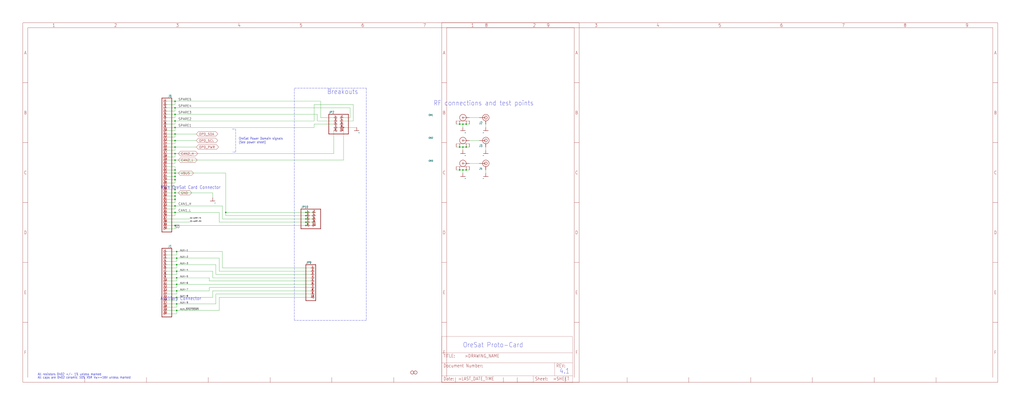
<source format=kicad_sch>
(kicad_sch (version 20211123) (generator eeschema)
  (paper "User" 795.02 317.906)
  (lib_symbols
    (symbol "oresat-proto-card-eagle-import:FRAME_B_L"
      (symbol "FRAME_B_L_0_0"
        (polyline (pts (xy 0 46.5667) (xy 3.81 46.5667)))
        (polyline (pts (xy 0 93.1333) (xy 3.81 93.1333)))
        (polyline (pts (xy 0 139.7) (xy 3.81 139.7)))
        (polyline (pts (xy 0 186.2667) (xy 3.81 186.2667)))
        (polyline (pts (xy 0 232.8333) (xy 3.81 232.8333)))
        (polyline (pts (xy 3.81 3.81) (xy 3.81 275.59)))
        (polyline (pts (xy 47.9778 0) (xy 47.9778 3.81)))
        (polyline (pts (xy 95.9556 0) (xy 95.9556 3.81)))
        (polyline (pts (xy 143.9333 0) (xy 143.9333 3.81)))
        (polyline (pts (xy 191.9111 0) (xy 191.9111 3.81)))
        (polyline (pts (xy 239.8889 0) (xy 239.8889 3.81)))
        (polyline (pts (xy 287.8667 0) (xy 287.8667 3.81)))
        (polyline (pts (xy 335.8444 0) (xy 335.8444 3.81)))
        (polyline (pts (xy 383.8222 0) (xy 383.8222 3.81)))
        (polyline (pts (xy 427.99 3.81) (xy 427.99 275.59)))
        (polyline (pts (xy 427.99 46.5667) (xy 431.8 46.5667)))
        (polyline (pts (xy 427.99 93.1333) (xy 431.8 93.1333)))
        (polyline (pts (xy 427.99 139.7) (xy 431.8 139.7)))
        (polyline (pts (xy 427.99 186.2667) (xy 431.8 186.2667)))
        (polyline (pts (xy 427.99 232.8333) (xy 431.8 232.8333)))
        (polyline (pts (xy 427.99 275.59) (xy 3.81 275.59)))
        (polyline (pts (xy 0 0) (xy 431.8 0) (xy 431.8 279.4) (xy 0 279.4) (xy 0 0)))
        (text "1" (at 23.9889 277.495 0) (effects (font (size 2.54 2.286))))
        (text "2" (at 71.9667 277.495 0) (effects (font (size 2.54 2.286))))
        (text "3" (at 119.9444 277.495 0) (effects (font (size 2.54 2.286))))
        (text "4" (at 167.9222 277.495 0) (effects (font (size 2.54 2.286))))
        (text "5" (at 215.9 277.495 0) (effects (font (size 2.54 2.286))))
        (text "6" (at 263.8778 277.495 0) (effects (font (size 2.54 2.286))))
        (text "7" (at 311.8556 277.495 0) (effects (font (size 2.54 2.286))))
        (text "8" (at 359.8333 277.495 0) (effects (font (size 2.54 2.286))))
        (text "9" (at 407.8111 277.495 0) (effects (font (size 2.54 2.286))))
        (text "A" (at 1.905 256.1167 0) (effects (font (size 2.54 2.286))))
        (text "A" (at 429.895 256.1167 0) (effects (font (size 2.54 2.286))))
        (text "B" (at 1.905 209.55 0) (effects (font (size 2.54 2.286))))
        (text "B" (at 429.895 209.55 0) (effects (font (size 2.54 2.286))))
        (text "C" (at 1.905 162.9833 0) (effects (font (size 2.54 2.286))))
        (text "C" (at 429.895 162.9833 0) (effects (font (size 2.54 2.286))))
        (text "D" (at 1.905 116.4167 0) (effects (font (size 2.54 2.286))))
        (text "D" (at 429.895 116.4167 0) (effects (font (size 2.54 2.286))))
        (text "E" (at 1.905 69.85 0) (effects (font (size 2.54 2.286))))
        (text "E" (at 429.895 69.85 0) (effects (font (size 2.54 2.286))))
        (text "F" (at 1.905 23.2833 0) (effects (font (size 2.54 2.286))))
        (text "F" (at 429.895 23.2833 0) (effects (font (size 2.54 2.286))))
      )
      (symbol "FRAME_B_L_2_0"
        (polyline (pts (xy 0 0) (xy 0 5.08)) (stroke (width 0.1016)))
        (polyline (pts (xy 0 0) (xy 71.12 0)) (stroke (width 0.1016)))
        (polyline (pts (xy 0 5.08) (xy 0 15.24)) (stroke (width 0.1016)))
        (polyline (pts (xy 0 5.08) (xy 71.12 5.08)) (stroke (width 0.1016)))
        (polyline (pts (xy 0 15.24) (xy 0 22.86)) (stroke (width 0.1016)))
        (polyline (pts (xy 0 22.86) (xy 0 35.56)) (stroke (width 0.1016)))
        (polyline (pts (xy 0 22.86) (xy 101.6 22.86)) (stroke (width 0.1016)))
        (polyline (pts (xy 71.12 0) (xy 101.6 0)) (stroke (width 0.1016)))
        (polyline (pts (xy 71.12 5.08) (xy 71.12 0)) (stroke (width 0.1016)))
        (polyline (pts (xy 71.12 5.08) (xy 87.63 5.08)) (stroke (width 0.1016)))
        (polyline (pts (xy 87.63 5.08) (xy 101.6 5.08)) (stroke (width 0.1016)))
        (polyline (pts (xy 87.63 15.24) (xy 0 15.24)) (stroke (width 0.1016)))
        (polyline (pts (xy 87.63 15.24) (xy 87.63 5.08)) (stroke (width 0.1016)))
        (polyline (pts (xy 101.6 5.08) (xy 101.6 0)) (stroke (width 0.1016)))
        (polyline (pts (xy 101.6 15.24) (xy 87.63 15.24)) (stroke (width 0.1016)))
        (polyline (pts (xy 101.6 15.24) (xy 101.6 5.08)) (stroke (width 0.1016)))
        (polyline (pts (xy 101.6 22.86) (xy 101.6 15.24)) (stroke (width 0.1016)))
        (polyline (pts (xy 101.6 35.56) (xy 0 35.56)) (stroke (width 0.1016)))
        (polyline (pts (xy 101.6 35.56) (xy 101.6 22.86)) (stroke (width 0.1016)))
        (text ">DRAWING_NAME" (at 17.78 19.05 0) (effects (font (size 2.54 2.159)) (justify left bottom)))
        (text ">LAST_DATE_TIME" (at 12.7 1.27 0) (effects (font (size 2.54 2.159)) (justify left bottom)))
        (text ">SHEET" (at 86.36 1.27 0) (effects (font (size 2.54 2.159)) (justify left bottom)))
        (text "Date:" (at 1.27 1.27 0) (effects (font (size 2.54 2.159)) (justify left bottom)))
        (text "Document Number:" (at 1.27 11.43 0) (effects (font (size 2.54 2.159)) (justify left bottom)))
        (text "REV:" (at 88.9 11.43 0) (effects (font (size 2.54 2.159)) (justify left bottom)))
        (text "Sheet:" (at 72.39 1.27 0) (effects (font (size 2.54 2.159)) (justify left bottom)))
        (text "TITLE:" (at 1.27 19.05 0) (effects (font (size 2.54 2.159)) (justify left bottom)))
      )
    )
    (symbol "oresat-proto-card-eagle-import:GND" (power)
      (property "Value" "GND" (at -2.54 -2.54 0))
      (symbol "GND_1_0"
        (polyline (pts (xy -1.905 0) (xy 1.905 0)) (stroke (width 0.254)))
        (pin power_in line (at 0 2.54 270) (length 2.54) (name "GND") (number "1"))
      )
    )
    (symbol "oresat-proto-card-eagle-import:J-MOLEX-SMPM-73300-003X"
      (property "Reference" "CM" (at 5.08 -3.81 0))
      (property "Value" "J-MOLEX-SMPM-73300-003X" (at 5.08 -6.35 0))
      (symbol "J-MOLEX-SMPM-73300-003X_1_0"
        (polyline (pts (xy -5.08 -2.54) (xy -2.54 -2.54)) (stroke (width 0.1524)))
        (polyline (pts (xy -2.54 -2.54) (xy 2.54 -2.54)) (stroke (width 0.1524)))
        (polyline (pts (xy 0.508 0) (xy 3.556 0)) (stroke (width 0.1524)))
        (polyline (pts (xy 5.08 -2.54) (xy 2.54 -2.54)) (stroke (width 0.1524)))
        (circle (center 0 0) (radius 0.508) (stroke (width 0.254)))
        (circle (center 0 0) (radius 2.54) (stroke (width 0.254)))
        (pin passive line (at -5.08 -5.08 90) (length 2.54) (name "SHIELD3") (number "P$1"))
        (pin passive line (at 5.08 -5.08 90) (length 2.54) (name "SHIELD2") (number "P$2"))
        (pin passive line (at -2.54 -5.08 90) (length 2.54) (name "SHIELD1") (number "P$3"))
        (pin passive line (at 2.54 -5.08 90) (length 2.54) (name "SHIELD") (number "P$4"))
        (pin passive line (at 5.08 0 180) (length 2.54) (name "CENTER") (number "RF"))
      )
    )
    (symbol "oresat-proto-card-eagle-import:J-SAMTEC-TFM-110-X1-XXX-D-RA"
      (property "Reference" "J" (at -6.35 26.035 0))
      (property "Value" "J-SAMTEC-TFM-110-X1-XXX-D-RA" (at -6.35 -30.48 0))
      (symbol "J-SAMTEC-TFM-110-X1-XXX-D-RA_1_0"
        (polyline (pts (xy -6.35 -27.94) (xy 1.27 -27.94)) (stroke (width 0.4064)))
        (polyline (pts (xy -6.35 25.4) (xy -6.35 -27.94)) (stroke (width 0.4064)))
        (polyline (pts (xy 1.27 -27.94) (xy 1.27 25.4)) (stroke (width 0.4064)))
        (polyline (pts (xy 1.27 25.4) (xy -6.35 25.4)) (stroke (width 0.4064)))
        (pin passive inverted (at -2.54 22.86 0) (length 2.54) (name "1") (number "1"))
        (pin passive inverted (at -2.54 0 0) (length 2.54) (name "10") (number "10"))
        (pin passive inverted (at -2.54 -2.54 0) (length 2.54) (name "11") (number "11"))
        (pin passive inverted (at -2.54 -5.08 0) (length 2.54) (name "12") (number "12"))
        (pin passive inverted (at -2.54 -7.62 0) (length 2.54) (name "13") (number "13"))
        (pin passive inverted (at -2.54 -10.16 0) (length 2.54) (name "14") (number "14"))
        (pin passive inverted (at -2.54 -12.7 0) (length 2.54) (name "15") (number "15"))
        (pin passive inverted (at -2.54 -15.24 0) (length 2.54) (name "16") (number "16"))
        (pin passive inverted (at -2.54 -17.78 0) (length 2.54) (name "17") (number "17"))
        (pin passive inverted (at -2.54 -20.32 0) (length 2.54) (name "18") (number "18"))
        (pin passive inverted (at -2.54 -22.86 0) (length 2.54) (name "19") (number "19"))
        (pin passive inverted (at -2.54 20.32 0) (length 2.54) (name "2") (number "2"))
        (pin passive inverted (at -2.54 -25.4 0) (length 2.54) (name "20") (number "20"))
        (pin passive inverted (at -2.54 17.78 0) (length 2.54) (name "3") (number "3"))
        (pin passive inverted (at -2.54 15.24 0) (length 2.54) (name "4") (number "4"))
        (pin passive inverted (at -2.54 12.7 0) (length 2.54) (name "5") (number "5"))
        (pin passive inverted (at -2.54 10.16 0) (length 2.54) (name "6") (number "6"))
        (pin passive inverted (at -2.54 7.62 0) (length 2.54) (name "7") (number "7"))
        (pin passive inverted (at -2.54 5.08 0) (length 2.54) (name "8") (number "8"))
        (pin passive inverted (at -2.54 2.54 0) (length 2.54) (name "9") (number "9"))
      )
    )
    (symbol "oresat-proto-card-eagle-import:J-SAMTEC-TFM-120-X1-XXX-D-RA"
      (property "Reference" "J" (at -6.35 51.435 0))
      (property "Value" "J-SAMTEC-TFM-120-X1-XXX-D-RA" (at -6.35 -55.88 0))
      (symbol "J-SAMTEC-TFM-120-X1-XXX-D-RA_1_0"
        (polyline (pts (xy -6.35 -53.34) (xy 1.27 -53.34)) (stroke (width 0.4064)))
        (polyline (pts (xy -6.35 50.8) (xy -6.35 -53.34)) (stroke (width 0.4064)))
        (polyline (pts (xy 1.27 -53.34) (xy 1.27 50.8)) (stroke (width 0.4064)))
        (polyline (pts (xy 1.27 50.8) (xy -6.35 50.8)) (stroke (width 0.4064)))
        (pin passive inverted (at -2.54 48.26 0) (length 2.54) (name "1") (number "1"))
        (pin passive inverted (at -2.54 25.4 0) (length 2.54) (name "10") (number "10"))
        (pin passive inverted (at -2.54 22.86 0) (length 2.54) (name "11") (number "11"))
        (pin passive inverted (at -2.54 20.32 0) (length 2.54) (name "12") (number "12"))
        (pin passive inverted (at -2.54 17.78 0) (length 2.54) (name "13") (number "13"))
        (pin passive inverted (at -2.54 15.24 0) (length 2.54) (name "14") (number "14"))
        (pin passive inverted (at -2.54 12.7 0) (length 2.54) (name "15") (number "15"))
        (pin passive inverted (at -2.54 10.16 0) (length 2.54) (name "16") (number "16"))
        (pin passive inverted (at -2.54 7.62 0) (length 2.54) (name "17") (number "17"))
        (pin passive inverted (at -2.54 5.08 0) (length 2.54) (name "18") (number "18"))
        (pin passive inverted (at -2.54 2.54 0) (length 2.54) (name "19") (number "19"))
        (pin passive inverted (at -2.54 45.72 0) (length 2.54) (name "2") (number "2"))
        (pin passive inverted (at -2.54 0 0) (length 2.54) (name "20") (number "20"))
        (pin passive inverted (at -2.54 -2.54 0) (length 2.54) (name "21") (number "21"))
        (pin passive inverted (at -2.54 -5.08 0) (length 2.54) (name "22") (number "22"))
        (pin passive inverted (at -2.54 -7.62 0) (length 2.54) (name "23") (number "23"))
        (pin passive inverted (at -2.54 -10.16 0) (length 2.54) (name "24") (number "24"))
        (pin passive inverted (at -2.54 -12.7 0) (length 2.54) (name "25") (number "25"))
        (pin passive inverted (at -2.54 -15.24 0) (length 2.54) (name "26") (number "26"))
        (pin passive inverted (at -2.54 -17.78 0) (length 2.54) (name "27") (number "27"))
        (pin passive inverted (at -2.54 -20.32 0) (length 2.54) (name "28") (number "28"))
        (pin passive inverted (at -2.54 -22.86 0) (length 2.54) (name "29") (number "29"))
        (pin passive inverted (at -2.54 43.18 0) (length 2.54) (name "3") (number "3"))
        (pin passive inverted (at -2.54 -25.4 0) (length 2.54) (name "30") (number "30"))
        (pin passive inverted (at -2.54 -27.94 0) (length 2.54) (name "31") (number "31"))
        (pin passive inverted (at -2.54 -30.48 0) (length 2.54) (name "32") (number "32"))
        (pin passive inverted (at -2.54 -33.02 0) (length 2.54) (name "33") (number "33"))
        (pin passive inverted (at -2.54 -35.56 0) (length 2.54) (name "34") (number "34"))
        (pin passive inverted (at -2.54 -38.1 0) (length 2.54) (name "35") (number "35"))
        (pin passive inverted (at -2.54 -40.64 0) (length 2.54) (name "36") (number "36"))
        (pin passive inverted (at -2.54 -43.18 0) (length 2.54) (name "37") (number "37"))
        (pin passive inverted (at -2.54 -45.72 0) (length 2.54) (name "38") (number "38"))
        (pin passive inverted (at -2.54 -48.26 0) (length 2.54) (name "39") (number "39"))
        (pin passive inverted (at -2.54 40.64 0) (length 2.54) (name "4") (number "4"))
        (pin passive inverted (at -2.54 -50.8 0) (length 2.54) (name "40") (number "40"))
        (pin passive inverted (at -2.54 38.1 0) (length 2.54) (name "5") (number "5"))
        (pin passive inverted (at -2.54 35.56 0) (length 2.54) (name "6") (number "6"))
        (pin passive inverted (at -2.54 33.02 0) (length 2.54) (name "7") (number "7"))
        (pin passive inverted (at -2.54 30.48 0) (length 2.54) (name "8") (number "8"))
        (pin passive inverted (at -2.54 27.94 0) (length 2.54) (name "9") (number "9"))
      )
    )
    (symbol "oresat-proto-card-eagle-import:PINHD-1X10"
      (property "Reference" "JP" (at -6.35 13.335 0))
      (property "Value" "PINHD-1X10" (at -6.35 -17.78 0))
      (symbol "PINHD-1X10_1_0"
        (polyline (pts (xy -6.35 -15.24) (xy 1.27 -15.24)) (stroke (width 0.4064)))
        (polyline (pts (xy -6.35 12.7) (xy -6.35 -15.24)) (stroke (width 0.4064)))
        (polyline (pts (xy 1.27 -15.24) (xy 1.27 12.7)) (stroke (width 0.4064)))
        (polyline (pts (xy 1.27 12.7) (xy -6.35 12.7)) (stroke (width 0.4064)))
        (pin passive inverted (at -2.54 10.16 0) (length 2.54) (name "1") (number "1"))
        (pin passive inverted (at -2.54 -12.7 0) (length 2.54) (name "10") (number "10"))
        (pin passive inverted (at -2.54 7.62 0) (length 2.54) (name "2") (number "2"))
        (pin passive inverted (at -2.54 5.08 0) (length 2.54) (name "3") (number "3"))
        (pin passive inverted (at -2.54 2.54 0) (length 2.54) (name "4") (number "4"))
        (pin passive inverted (at -2.54 0 0) (length 2.54) (name "5") (number "5"))
        (pin passive inverted (at -2.54 -2.54 0) (length 2.54) (name "6") (number "6"))
        (pin passive inverted (at -2.54 -5.08 0) (length 2.54) (name "7") (number "7"))
        (pin passive inverted (at -2.54 -7.62 0) (length 2.54) (name "8") (number "8"))
        (pin passive inverted (at -2.54 -10.16 0) (length 2.54) (name "9") (number "9"))
      )
    )
    (symbol "oresat-proto-card-eagle-import:PINHD-2X5"
      (property "Reference" "JP" (at -6.35 8.255 0))
      (property "Value" "PINHD-2X5" (at -6.35 -10.16 0))
      (symbol "PINHD-2X5_1_0"
        (polyline (pts (xy -6.35 -7.62) (xy 8.89 -7.62)) (stroke (width 0.4064)))
        (polyline (pts (xy -6.35 7.62) (xy -6.35 -7.62)) (stroke (width 0.4064)))
        (polyline (pts (xy 8.89 -7.62) (xy 8.89 7.62)) (stroke (width 0.4064)))
        (polyline (pts (xy 8.89 7.62) (xy -6.35 7.62)) (stroke (width 0.4064)))
        (pin passive inverted (at -2.54 5.08 0) (length 2.54) (name "1") (number "1"))
        (pin passive inverted (at 5.08 -5.08 180) (length 2.54) (name "10") (number "10"))
        (pin passive inverted (at 5.08 5.08 180) (length 2.54) (name "2") (number "2"))
        (pin passive inverted (at -2.54 2.54 0) (length 2.54) (name "3") (number "3"))
        (pin passive inverted (at 5.08 2.54 180) (length 2.54) (name "4") (number "4"))
        (pin passive inverted (at -2.54 0 0) (length 2.54) (name "5") (number "5"))
        (pin passive inverted (at 5.08 0 180) (length 2.54) (name "6") (number "6"))
        (pin passive inverted (at -2.54 -2.54 0) (length 2.54) (name "7") (number "7"))
        (pin passive inverted (at 5.08 -2.54 180) (length 2.54) (name "8") (number "8"))
        (pin passive inverted (at -2.54 -5.08 0) (length 2.54) (name "9") (number "9"))
      )
    )
    (symbol "oresat-proto-card-eagle-import:STAND-OFFTIGHT"
      (symbol "STAND-OFFTIGHT_1_0"
        (circle (center 0 0) (radius 1.27) (stroke (width 0.254)))
      )
    )
    (symbol "oresat-proto-card-eagle-import:U.FL2PIN"
      (property "Reference" "J" (at 2.54 -5.08 0))
      (property "Value" "U.FL2PIN" (at 2.54 -7.62 0))
      (symbol "U.FL2PIN_1_0"
        (circle (center 0 0) (radius 1.1359) (stroke (width 0.254)))
        (circle (center 0 0) (radius 2.54) (stroke (width 0.254)))
        (pin bidirectional line (at 0 -5.08 90) (length 2.54) (name "GND") (number "1"))
        (pin bidirectional line (at 0 -5.08 90) (length 2.54) (name "GND") (number "2"))
        (pin bidirectional line (at 5.08 0 180) (length 5.08) (name "SIGNAL") (number "FEED"))
      )
    )
  )
  (junction (at 237.49 167.64))
  (junction (at 137.16 241.3))
  (junction (at 356.87 132.08))
  (junction (at 137.16 231.14))
  (junction (at 237.49 165.1))
  (junction (at 137.16 195.58))
  (junction (at 135.89 134.62))
  (junction (at 356.87 96.52))
  (junction (at 137.16 236.22))
  (junction (at 135.89 83.82))
  (junction (at 135.89 124.46))
  (junction (at 356.87 114.3))
  (junction (at 135.89 149.86))
  (junction (at 137.16 210.82))
  (junction (at 237.49 175.26))
  (junction (at 175.26 165.1))
  (junction (at 135.89 104.14))
  (junction (at 266.7 99.06))
  (junction (at 361.95 132.08))
  (junction (at 135.89 109.22))
  (junction (at 137.16 205.74))
  (junction (at 135.89 175.26))
  (junction (at 137.16 220.98))
  (junction (at 135.89 147.32))
  (junction (at 137.16 200.66))
  (junction (at 135.89 99.06))
  (junction (at 359.41 96.52))
  (junction (at 135.89 132.08))
  (junction (at 135.89 154.94))
  (junction (at 237.49 172.72))
  (junction (at 135.89 119.38))
  (junction (at 137.16 226.06))
  (junction (at 361.95 96.52))
  (junction (at 137.16 215.9))
  (junction (at 135.89 88.9))
  (junction (at 135.89 114.3))
  (junction (at 135.89 137.16))
  (junction (at 135.89 160.02))
  (junction (at 135.89 139.7))
  (junction (at 359.41 132.08))
  (junction (at 135.89 152.4))
  (junction (at 359.41 114.3))
  (junction (at 135.89 78.74))
  (junction (at 237.49 170.18))
  (junction (at 135.89 165.1))
  (junction (at 135.89 93.98))
  (junction (at 361.95 114.3))
  (wire (pts (xy 137.16 215.9) (xy 162.56 215.9)))
  (wire (pts (xy 135.89 96.52) (xy 135.89 93.98)))
  (wire (pts (xy 135.89 99.06) (xy 129.54 99.06)))
  (wire (pts (xy 129.54 203.2) (xy 137.16 203.2)))
  (wire (pts (xy 167.64 205.74) (xy 167.64 213.36)))
  (polyline (pts (xy 228.6 68.58) (xy 284.48 68.58)))
  (wire (pts (xy 135.89 116.84) (xy 129.54 116.84)))
  (wire (pts (xy 137.16 228.6) (xy 137.16 226.06)))
  (wire (pts (xy 237.49 167.64) (xy 175.26 167.64)))
  (wire (pts (xy 135.89 134.62) (xy 129.54 134.62)))
  (wire (pts (xy 137.16 203.2) (xy 137.16 200.66)))
  (polyline (pts (xy 182.88 118.11) (xy 180.34 118.11)))
  (wire (pts (xy 167.64 213.36) (xy 241.3 213.36)))
  (polyline (pts (xy 180.34 100.33) (xy 182.88 100.33)))
  (wire (pts (xy 135.89 114.3) (xy 129.54 114.3)))
  (wire (pts (xy 135.89 99.06) (xy 243.84 99.06)))
  (wire (pts (xy 248.92 78.74) (xy 248.92 91.44)))
  (wire (pts (xy 137.16 226.06) (xy 162.56 226.06)))
  (wire (pts (xy 137.16 236.22) (xy 167.64 236.22)))
  (wire (pts (xy 152.4 109.22) (xy 135.89 109.22)))
  (wire (pts (xy 135.89 124.46) (xy 266.7 124.46)))
  (wire (pts (xy 237.49 165.1) (xy 175.26 165.1)))
  (wire (pts (xy 129.54 162.56) (xy 135.89 162.56)))
  (wire (pts (xy 356.87 114.3) (xy 354.33 114.3)))
  (wire (pts (xy 162.56 226.06) (xy 162.56 223.52)))
  (wire (pts (xy 129.54 149.86) (xy 135.89 149.86)))
  (wire (pts (xy 137.16 220.98) (xy 241.3 220.98)))
  (wire (pts (xy 135.89 147.32) (xy 135.89 149.86)))
  (wire (pts (xy 129.54 157.48) (xy 135.89 157.48)))
  (wire (pts (xy 135.89 91.44) (xy 135.89 88.9)))
  (wire (pts (xy 245.11 167.64) (xy 237.49 167.64)))
  (wire (pts (xy 135.89 147.32) (xy 135.89 144.78)))
  (wire (pts (xy 266.7 99.06) (xy 276.86 99.06)))
  (polyline (pts (xy 284.48 248.92) (xy 228.6 248.92)))
  (wire (pts (xy 137.16 231.14) (xy 165.1 231.14)))
  (wire (pts (xy 129.54 152.4) (xy 135.89 152.4)))
  (wire (pts (xy 172.72 170.18) (xy 237.49 170.18)))
  (wire (pts (xy 135.89 111.76) (xy 135.89 109.22)))
  (wire (pts (xy 135.89 127) (xy 135.89 124.46)))
  (wire (pts (xy 135.89 83.82) (xy 271.78 83.82)))
  (wire (pts (xy 137.16 233.68) (xy 137.16 231.14)))
  (wire (pts (xy 165.1 210.82) (xy 165.1 215.9)))
  (wire (pts (xy 129.54 139.7) (xy 135.89 139.7)))
  (wire (pts (xy 359.41 116.84) (xy 359.41 114.3)))
  (wire (pts (xy 129.54 238.76) (xy 137.16 238.76)))
  (wire (pts (xy 129.54 86.36) (xy 135.89 86.36)))
  (wire (pts (xy 135.89 175.26) (xy 129.54 175.26)))
  (wire (pts (xy 359.41 134.62) (xy 359.41 132.08)))
  (wire (pts (xy 129.54 142.24) (xy 135.89 142.24)))
  (wire (pts (xy 135.89 83.82) (xy 129.54 83.82)))
  (wire (pts (xy 135.89 129.54) (xy 129.54 129.54)))
  (wire (pts (xy 129.54 106.68) (xy 135.89 106.68)))
  (wire (pts (xy 135.89 106.68) (xy 135.89 104.14)))
  (wire (pts (xy 243.84 99.06) (xy 243.84 96.52)))
  (wire (pts (xy 135.89 109.22) (xy 129.54 109.22)))
  (wire (pts (xy 129.54 231.14) (xy 137.16 231.14)))
  (wire (pts (xy 129.54 220.98) (xy 137.16 220.98)))
  (wire (pts (xy 135.89 93.98) (xy 129.54 93.98)))
  (wire (pts (xy 237.49 175.26) (xy 245.11 175.26)))
  (polyline (pts (xy 284.48 68.58) (xy 284.48 248.92)))
  (wire (pts (xy 356.87 96.52) (xy 354.33 96.52)))
  (wire (pts (xy 129.54 91.44) (xy 135.89 91.44)))
  (wire (pts (xy 359.41 99.06) (xy 359.41 96.52)))
  (wire (pts (xy 135.89 101.6) (xy 135.89 99.06)))
  (wire (pts (xy 361.95 132.08) (xy 364.49 132.08)))
  (wire (pts (xy 135.89 119.38) (xy 259.08 119.38)))
  (wire (pts (xy 271.78 83.82) (xy 271.78 91.44)))
  (wire (pts (xy 137.16 195.58) (xy 172.72 195.58)))
  (wire (pts (xy 377.19 134.62) (xy 377.19 132.08)))
  (wire (pts (xy 165.1 149.86) (xy 165.1 153.67)))
  (wire (pts (xy 135.89 134.62) (xy 175.26 134.62)))
  (wire (pts (xy 129.54 195.58) (xy 137.16 195.58)))
  (wire (pts (xy 135.89 104.14) (xy 129.54 104.14)))
  (wire (pts (xy 152.4 114.3) (xy 135.89 114.3)))
  (wire (pts (xy 137.16 208.28) (xy 137.16 205.74)))
  (wire (pts (xy 129.54 241.3) (xy 137.16 241.3)))
  (wire (pts (xy 135.89 86.36) (xy 135.89 83.82)))
  (wire (pts (xy 165.1 215.9) (xy 241.3 215.9)))
  (wire (pts (xy 361.95 96.52) (xy 364.49 96.52)))
  (wire (pts (xy 259.08 119.38) (xy 259.08 101.6)))
  (wire (pts (xy 129.54 233.68) (xy 137.16 233.68)))
  (wire (pts (xy 170.18 241.3) (xy 170.18 231.14)))
  (polyline (pts (xy 182.88 100.33) (xy 182.88 118.11)))
  (wire (pts (xy 243.84 93.98) (xy 243.84 81.28)))
  (wire (pts (xy 135.89 78.74) (xy 248.92 78.74)))
  (wire (pts (xy 135.89 162.56) (xy 135.89 160.02)))
  (wire (pts (xy 135.89 93.98) (xy 243.84 93.98)))
  (wire (pts (xy 237.49 170.18) (xy 245.11 170.18)))
  (wire (pts (xy 129.54 236.22) (xy 137.16 236.22)))
  (wire (pts (xy 129.54 215.9) (xy 137.16 215.9)))
  (wire (pts (xy 129.54 81.28) (xy 135.89 81.28)))
  (wire (pts (xy 248.92 91.44) (xy 259.08 91.44)))
  (wire (pts (xy 245.11 172.72) (xy 237.49 172.72)))
  (wire (pts (xy 129.54 200.66) (xy 137.16 200.66)))
  (wire (pts (xy 372.11 91.44) (xy 364.49 91.44)))
  (wire (pts (xy 246.38 88.9) (xy 246.38 93.98)))
  (wire (pts (xy 359.41 132.08) (xy 361.95 132.08)))
  (wire (pts (xy 135.89 157.48) (xy 135.89 154.94)))
  (wire (pts (xy 135.89 142.24) (xy 135.89 139.7)))
  (wire (pts (xy 135.89 121.92) (xy 135.89 119.38)))
  (wire (pts (xy 129.54 213.36) (xy 137.16 213.36)))
  (wire (pts (xy 129.54 228.6) (xy 137.16 228.6)))
  (wire (pts (xy 135.89 119.38) (xy 129.54 119.38)))
  (wire (pts (xy 129.54 144.78) (xy 135.89 144.78)))
  (wire (pts (xy 129.54 101.6) (xy 135.89 101.6)))
  (wire (pts (xy 129.54 170.18) (xy 147.32 170.18)))
  (wire (pts (xy 243.84 96.52) (xy 259.08 96.52)))
  (wire (pts (xy 377.19 114.3) (xy 377.19 116.84)))
  (wire (pts (xy 137.16 213.36) (xy 137.16 210.82)))
  (wire (pts (xy 137.16 238.76) (xy 137.16 236.22)))
  (wire (pts (xy 274.32 93.98) (xy 266.7 93.98)))
  (wire (pts (xy 129.54 165.1) (xy 135.89 165.1)))
  (wire (pts (xy 359.41 114.3) (xy 361.95 114.3)))
  (wire (pts (xy 129.54 208.28) (xy 137.16 208.28)))
  (wire (pts (xy 135.89 78.74) (xy 129.54 78.74)))
  (wire (pts (xy 129.54 205.74) (xy 137.16 205.74)))
  (wire (pts (xy 137.16 200.66) (xy 170.18 200.66)))
  (wire (pts (xy 245.11 165.1) (xy 237.49 165.1)))
  (wire (pts (xy 129.54 226.06) (xy 137.16 226.06)))
  (wire (pts (xy 175.26 165.1) (xy 175.26 134.62)))
  (wire (pts (xy 266.7 99.06) (xy 259.08 99.06)))
  (wire (pts (xy 172.72 208.28) (xy 241.3 208.28)))
  (wire (pts (xy 135.89 132.08) (xy 135.89 129.54)))
  (wire (pts (xy 137.16 205.74) (xy 167.64 205.74)))
  (wire (pts (xy 167.64 228.6) (xy 241.3 228.6)))
  (wire (pts (xy 356.87 132.08) (xy 354.33 132.08)))
  (wire (pts (xy 135.89 167.64) (xy 135.89 165.1)))
  (wire (pts (xy 135.89 121.92) (xy 129.54 121.92)))
  (wire (pts (xy 135.89 177.8) (xy 135.89 175.26)))
  (wire (pts (xy 137.16 218.44) (xy 137.16 215.9)))
  (wire (pts (xy 135.89 127) (xy 129.54 127)))
  (wire (pts (xy 135.89 137.16) (xy 129.54 137.16)))
  (wire (pts (xy 129.54 96.52) (xy 135.89 96.52)))
  (wire (pts (xy 170.18 210.82) (xy 241.3 210.82)))
  (wire (pts (xy 135.89 88.9) (xy 246.38 88.9)))
  (wire (pts (xy 162.56 215.9) (xy 162.56 218.44)))
  (wire (pts (xy 359.41 96.52) (xy 361.95 96.52)))
  (wire (pts (xy 165.1 231.14) (xy 165.1 226.06)))
  (wire (pts (xy 129.54 160.02) (xy 135.89 160.02)))
  (wire (pts (xy 356.87 114.3) (xy 359.41 114.3)))
  (wire (pts (xy 135.89 149.86) (xy 165.1 149.86)))
  (wire (pts (xy 237.49 172.72) (xy 170.18 172.72)))
  (wire (pts (xy 129.54 223.52) (xy 137.16 223.52)))
  (wire (pts (xy 172.72 195.58) (xy 172.72 208.28)))
  (wire (pts (xy 129.54 147.32) (xy 135.89 147.32)))
  (wire (pts (xy 135.89 134.62) (xy 135.89 132.08)))
  (wire (pts (xy 359.41 96.52) (xy 356.87 96.52)))
  (wire (pts (xy 377.19 99.06) (xy 377.19 96.52)))
  (wire (pts (xy 135.89 132.08) (xy 129.54 132.08)))
  (wire (pts (xy 274.32 81.28) (xy 274.32 93.98)))
  (wire (pts (xy 271.78 91.44) (xy 266.7 91.44)))
  (polyline (pts (xy 228.6 248.92) (xy 228.6 68.58)))
  (wire (pts (xy 137.16 241.3) (xy 170.18 241.3)))
  (wire (pts (xy 135.89 139.7) (xy 135.89 137.16)))
  (wire (pts (xy 135.89 152.4) (xy 135.89 149.86)))
  (wire (pts (xy 135.89 165.1) (xy 170.18 165.1)))
  (wire (pts (xy 162.56 218.44) (xy 241.3 218.44)))
  (wire (pts (xy 137.16 198.12) (xy 137.16 195.58)))
  (wire (pts (xy 170.18 200.66) (xy 170.18 210.82)))
  (wire (pts (xy 356.87 132.08) (xy 359.41 132.08)))
  (wire (pts (xy 172.72 160.02) (xy 172.72 170.18)))
  (wire (pts (xy 129.54 210.82) (xy 137.16 210.82)))
  (wire (pts (xy 135.89 104.14) (xy 152.4 104.14)))
  (wire (pts (xy 135.89 88.9) (xy 129.54 88.9)))
  (wire (pts (xy 129.54 172.72) (xy 147.32 172.72)))
  (wire (pts (xy 135.89 154.94) (xy 135.89 152.4)))
  (wire (pts (xy 129.54 243.84) (xy 137.16 243.84)))
  (wire (pts (xy 266.7 124.46) (xy 266.7 101.6)))
  (wire (pts (xy 137.16 210.82) (xy 165.1 210.82)))
  (wire (pts (xy 137.16 223.52) (xy 137.16 220.98)))
  (wire (pts (xy 170.18 172.72) (xy 170.18 165.1)))
  (wire (pts (xy 246.38 93.98) (xy 259.08 93.98)))
  (wire (pts (xy 129.54 154.94) (xy 135.89 154.94)))
  (wire (pts (xy 167.64 236.22) (xy 167.64 228.6)))
  (wire (pts (xy 135.89 175.26) (xy 237.49 175.26)))
  (wire (pts (xy 135.89 114.3) (xy 135.89 116.84)))
  (wire (pts (xy 129.54 198.12) (xy 137.16 198.12)))
  (wire (pts (xy 135.89 160.02) (xy 172.72 160.02)))
  (wire (pts (xy 361.95 114.3) (xy 364.49 114.3)))
  (wire (pts (xy 135.89 137.16) (xy 135.89 134.62)))
  (wire (pts (xy 129.54 111.76) (xy 135.89 111.76)))
  (wire (pts (xy 129.54 167.64) (xy 135.89 167.64)))
  (wire (pts (xy 364.49 109.22) (xy 372.11 109.22)))
  (wire (pts (xy 162.56 223.52) (xy 241.3 223.52)))
  (wire (pts (xy 243.84 81.28) (xy 274.32 81.28)))
  (wire (pts (xy 175.26 167.64) (xy 175.26 165.1)))
  (wire (pts (xy 135.89 81.28) (xy 135.89 78.74)))
  (wire (pts (xy 129.54 177.8) (xy 135.89 177.8)))
  (wire (pts (xy 135.89 124.46) (xy 129.54 124.46)))
  (wire (pts (xy 137.16 243.84) (xy 137.16 241.3)))
  (wire (pts (xy 129.54 218.44) (xy 137.16 218.44)))
  (wire (pts (xy 364.49 127) (xy 372.11 127)))
  (wire (pts (xy 165.1 226.06) (xy 241.3 226.06)))
  (wire (pts (xy 170.18 231.14) (xy 241.3 231.14)))
  (text "4.1" (at 434.34 290.83 180) (effects (font (size 3.81 3.2385)) (justify left bottom)))
  (text "Main OreSat Card Connector" (at 124.46 147.32 180) (effects (font (size 2.54 2.159)) (justify left bottom)))
  (text "All caps are 0402 ceramic 10% X5R Vw>=16V unless marked" (at 29.21 294.64 0) (effects (font (size 1.778 1.5113)) (justify left bottom)))
  (text "OreSat Power Domain signals\n(See power sheet)" (at 185.42 111.76 180) (effects (font (size 1.778 1.5113)) (justify left bottom)))
  (text "OreSat Proto-Card" (at 359.41 270.51 180) (effects (font (size 3.81 3.2385)) (justify left bottom)))
  (text "Auxiliary Connector" (at 124.46 233.68 180) (effects (font (size 2.54 2.159)) (justify left bottom)))
  (text "Breakouts" (at 254 73.66 180) (effects (font (size 3.81 3.2385)) (justify left bottom)))
  (text "All resistors 0402 +/- 1% unless marked" (at 29.21 292.1 180) (effects (font (size 1.778 1.5113)) (justify left bottom)))
  (text "RF connections and test points" (at 336.55 82.55 180) (effects (font (size 3.81 3.2385)) (justify left bottom)))
  (label "AUX-9" (at 139.7 236.22 0) (effects (font (size 1.2446 1.2446))))
  (label "AUX-2" (at 139.7 200.66 0) (effects (font (size 1.2446 1.2446))))
  (label "SPARE5" (at 138.43 78.74 0) (effects (font (size 1.778 1.778))))
  (label "~{SD}" (at 135.89 177.8 0) (effects (font (size 1.778 1.778))))
  (label "SPARE4" (at 138.43 83.82 0) (effects (font (size 1.778 1.778))))
  (label "AUX-1" (at 139.7 195.58 0) (effects (font (size 1.2446 1.2446))))
  (label "AUX-7" (at 139.7 226.06 0) (effects (font (size 1.2446 1.2446))))
  (label "SPARE2" (at 138.43 93.98 0) (effects (font (size 1.778 1.778))))
  (label "AUX-4" (at 139.7 210.82 0) (effects (font (size 1.2446 1.2446))))
  (label "AUX-8" (at 139.7 231.14 0) (effects (font (size 1.2446 1.2446))))
  (label "SPARE1" (at 138.43 99.06 0) (effects (font (size 1.778 1.778))))
  (label "AUX-5" (at 139.7 215.9 0) (effects (font (size 1.2446 1.2446))))
  (label "AUX-6" (at 139.7 220.98 0) (effects (font (size 1.2446 1.2446))))
  (label "AUX_~{SHUTDOWN}" (at 139.7 241.3 0) (effects (font (size 1.2446 1.2446))))
  (label "C3-UART-RX" (at 147.32 172.72 0) (effects (font (size 0.889 0.889))))
  (label "C3-UART-TX" (at 147.32 170.18 0) (effects (font (size 0.889 0.889))))
  (label "CAN1_L" (at 138.43 165.1 0) (effects (font (size 1.778 1.778))))
  (label "CAN1_H" (at 138.43 160.02 0) (effects (font (size 1.778 1.778))))
  (label "AUX-3" (at 139.7 205.74 0) (effects (font (size 1.2446 1.2446))))
  (label "SPARE3" (at 138.43 88.9 0) (effects (font (size 1.778 1.778))))
  (global_label "CAN2_L" (shape bidirectional) (at 138.43 124.46 0) (effects (font (size 1.778 1.778))) (property "Intersheet References" "${INTERSHEET_REFS}" (effects hide)))
  (global_label "GND" (shape bidirectional) (at 138.43 149.86 0) (effects (font (size 1.778 1.778))) (property "Intersheet References" "${INTERSHEET_REFS}" (effects hide)))
  (global_label "CAN2_H" (shape bidirectional) (at 138.43 119.38 0) (effects (font (size 1.778 1.778))) (property "Intersheet References" "${INTERSHEET_REFS}" (effects hide)))
  (global_label "OPD_SCL" (shape bidirectional) (at 152.4 109.22 0) (effects (font (size 1.778 1.778))) (property "Intersheet References" "${INTERSHEET_REFS}" (effects hide)))
  (global_label "VBUS" (shape bidirectional) (at 138.43 134.62 0) (effects (font (size 1.778 1.778))) (property "Intersheet References" "${INTERSHEET_REFS}" (effects hide)))
  (global_label "OPD_SDA" (shape bidirectional) (at 152.4 104.14 0) (effects (font (size 1.778 1.778))) (property "Intersheet References" "${INTERSHEET_REFS}" (effects hide)))
  (global_label "OPD_PWR" (shape bidirectional) (at 152.4 114.3 0) (effects (font (size 1.778 1.778))) (property "Intersheet References" "${INTERSHEET_REFS}" (effects hide)))
  (symbol (lib_id "oresat-proto-card-eagle-import:GND") (at 359.41 119.38 0) (mirror y) (unit 1)
    (property "Reference" "#GND10" (effects hide))
  )
  (symbol (lib_id "oresat-proto-card-eagle-import:J-MOLEX-SMPM-73300-003X") (at 359.41 109.22 0) (unit 1)
    (property "Reference" "CM2" (at 332.74 107.95 0) (effects (font (size 1.27 1.0795)) (justify left bottom)))
  )
  (symbol (lib_id "oresat-proto-card-eagle-import:U.FL2PIN") (at 377.19 109.22 0) (mirror y) (unit 1)
    (property "Reference" "J3" (at 374.65 114.3 0) (effects (font (size 1.778 1.5113)) (justify left bottom)))
  )
  (symbol (lib_id "oresat-proto-card-eagle-import:FRAME_B_L") (at 342.9 297.18 0) (unit 2)
    (property "Reference" "#FRAME1" (effects hide))
  )
  (symbol (lib_id "oresat-proto-card-eagle-import:GND") (at 359.41 137.16 0) (mirror y) (unit 1)
    (property "Reference" "#GND1" (effects hide))
  )
  (symbol (lib_id "oresat-proto-card-eagle-import:PINHD-1X10") (at 243.84 218.44 0) (unit 1)
    (property "Reference" "JP9" (at 237.49 205.105 0) (effects (font (size 1.778 1.5113)) (justify left bottom)))
  )
  (symbol (lib_id "oresat-proto-card-eagle-import:GND") (at 165.1 156.21 0) (mirror y) (unit 1)
    (property "Reference" "#GND2" (effects hide))
  )
  (symbol (lib_id "oresat-proto-card-eagle-import:STAND-OFFTIGHT") (at 322.58 289.56 0) (unit 1)
    (property "Reference" "H3" (effects hide))
  )
  (symbol (lib_id "oresat-proto-card-eagle-import:PINHD-2X5") (at 261.62 96.52 0) (unit 1)
    (property "Reference" "JP2" (at 255.27 88.265 0) (effects (font (size 1.778 1.5113)) (justify left bottom)))
  )
  (symbol (lib_id "oresat-proto-card-eagle-import:GND") (at 377.19 119.38 0) (unit 1)
    (property "Reference" "#GND27" (effects hide))
  )
  (symbol (lib_id "oresat-proto-card-eagle-import:U.FL2PIN") (at 377.19 127 0) (mirror y) (unit 1)
    (property "Reference" "J4" (at 374.65 132.08 0) (effects (font (size 1.778 1.5113)) (justify left bottom)))
  )
  (symbol (lib_id "oresat-proto-card-eagle-import:J-MOLEX-SMPM-73300-003X") (at 359.41 127 0) (unit 1)
    (property "Reference" "CM3" (at 332.74 125.73 0) (effects (font (size 1.27 1.0795)) (justify left bottom)))
  )
  (symbol (lib_id "oresat-proto-card-eagle-import:GND") (at 359.41 101.6 0) (mirror y) (unit 1)
    (property "Reference" "#GND14" (effects hide))
  )
  (symbol (lib_id "oresat-proto-card-eagle-import:FRAME_B_L") (at 17.78 297.18 0) (unit 1)
    (property "Reference" "#FRAME1" (effects hide))
  )
  (symbol (lib_id "oresat-proto-card-eagle-import:STAND-OFFTIGHT") (at 320.04 289.56 0) (unit 1)
    (property "Reference" "H2" (effects hide))
  )
  (symbol (lib_id "oresat-proto-card-eagle-import:J-SAMTEC-TFM-110-X1-XXX-D-RA") (at 127 218.44 0) (mirror y) (unit 1)
    (property "Reference" "J1" (at 133.35 192.405 0) (effects (font (size 1.778 1.5113)) (justify left bottom)))
  )
  (symbol (lib_id "oresat-proto-card-eagle-import:U.FL2PIN") (at 377.19 91.44 0) (mirror y) (unit 1)
    (property "Reference" "J2" (at 374.65 96.52 0) (effects (font (size 1.778 1.5113)) (justify left bottom)))
  )
  (symbol (lib_id "oresat-proto-card-eagle-import:GND") (at 377.19 101.6 0) (unit 1)
    (property "Reference" "#GND30" (effects hide))
  )
  (symbol (lib_id "oresat-proto-card-eagle-import:GND") (at 377.19 137.16 0) (unit 1)
    (property "Reference" "#GND20" (effects hide))
  )
  (symbol (lib_id "oresat-proto-card-eagle-import:J-MOLEX-SMPM-73300-003X") (at 359.41 91.44 0) (unit 1)
    (property "Reference" "CM1" (at 332.74 90.17 0) (effects (font (size 1.27 1.0795)) (justify left bottom)))
  )
  (symbol (lib_id "oresat-proto-card-eagle-import:PINHD-2X5") (at 240.03 170.18 0) (unit 1)
    (property "Reference" "JP10" (at 233.68 161.925 0) (effects (font (size 1.778 1.5113)) (justify left bottom)))
  )
  (symbol (lib_id "oresat-proto-card-eagle-import:J-SAMTEC-TFM-120-X1-XXX-D-RA") (at 127 127 0) (mirror y) (unit 1)
    (property "Reference" "J6" (at 133.35 75.565 0) (effects (font (size 1.778 1.5113)) (justify left bottom)))
  )
  (symbol (lib_id "oresat-proto-card-eagle-import:GND") (at 276.86 101.6 0) (mirror y) (unit 1)
    (property "Reference" "#GND38" (effects hide))
  )
)
</source>
